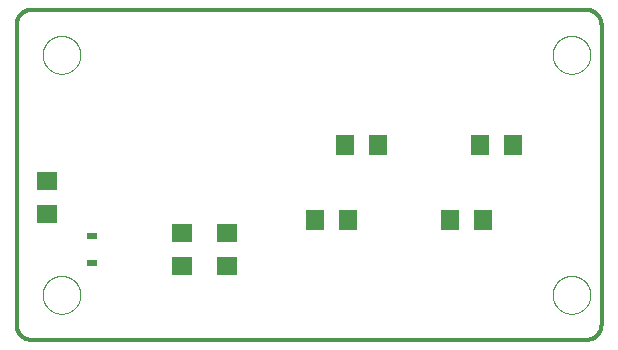
<source format=gtp>
G75*
%MOIN*%
%OFA0B0*%
%FSLAX25Y25*%
%IPPOS*%
%LPD*%
%AMOC8*
5,1,8,0,0,1.08239X$1,22.5*
%
%ADD10C,0.01200*%
%ADD11R,0.03268X0.02480*%
%ADD12R,0.07087X0.06299*%
%ADD13R,0.06299X0.07087*%
%ADD14C,0.00000*%
D10*
X0032600Y0017600D02*
X0217600Y0017600D01*
X0217740Y0017602D01*
X0217880Y0017608D01*
X0218020Y0017618D01*
X0218160Y0017631D01*
X0218299Y0017649D01*
X0218438Y0017671D01*
X0218575Y0017696D01*
X0218713Y0017725D01*
X0218849Y0017758D01*
X0218984Y0017795D01*
X0219118Y0017836D01*
X0219251Y0017881D01*
X0219383Y0017929D01*
X0219513Y0017981D01*
X0219642Y0018036D01*
X0219769Y0018095D01*
X0219895Y0018158D01*
X0220019Y0018224D01*
X0220140Y0018293D01*
X0220260Y0018366D01*
X0220378Y0018443D01*
X0220493Y0018522D01*
X0220607Y0018605D01*
X0220717Y0018691D01*
X0220826Y0018780D01*
X0220932Y0018872D01*
X0221035Y0018967D01*
X0221136Y0019064D01*
X0221233Y0019165D01*
X0221328Y0019268D01*
X0221420Y0019374D01*
X0221509Y0019483D01*
X0221595Y0019593D01*
X0221678Y0019707D01*
X0221757Y0019822D01*
X0221834Y0019940D01*
X0221907Y0020060D01*
X0221976Y0020181D01*
X0222042Y0020305D01*
X0222105Y0020431D01*
X0222164Y0020558D01*
X0222219Y0020687D01*
X0222271Y0020817D01*
X0222319Y0020949D01*
X0222364Y0021082D01*
X0222405Y0021216D01*
X0222442Y0021351D01*
X0222475Y0021487D01*
X0222504Y0021625D01*
X0222529Y0021762D01*
X0222551Y0021901D01*
X0222569Y0022040D01*
X0222582Y0022180D01*
X0222592Y0022320D01*
X0222598Y0022460D01*
X0222600Y0022600D01*
X0222600Y0122600D01*
X0222598Y0122740D01*
X0222592Y0122880D01*
X0222582Y0123020D01*
X0222569Y0123160D01*
X0222551Y0123299D01*
X0222529Y0123438D01*
X0222504Y0123575D01*
X0222475Y0123713D01*
X0222442Y0123849D01*
X0222405Y0123984D01*
X0222364Y0124118D01*
X0222319Y0124251D01*
X0222271Y0124383D01*
X0222219Y0124513D01*
X0222164Y0124642D01*
X0222105Y0124769D01*
X0222042Y0124895D01*
X0221976Y0125019D01*
X0221907Y0125140D01*
X0221834Y0125260D01*
X0221757Y0125378D01*
X0221678Y0125493D01*
X0221595Y0125607D01*
X0221509Y0125717D01*
X0221420Y0125826D01*
X0221328Y0125932D01*
X0221233Y0126035D01*
X0221136Y0126136D01*
X0221035Y0126233D01*
X0220932Y0126328D01*
X0220826Y0126420D01*
X0220717Y0126509D01*
X0220607Y0126595D01*
X0220493Y0126678D01*
X0220378Y0126757D01*
X0220260Y0126834D01*
X0220140Y0126907D01*
X0220019Y0126976D01*
X0219895Y0127042D01*
X0219769Y0127105D01*
X0219642Y0127164D01*
X0219513Y0127219D01*
X0219383Y0127271D01*
X0219251Y0127319D01*
X0219118Y0127364D01*
X0218984Y0127405D01*
X0218849Y0127442D01*
X0218713Y0127475D01*
X0218575Y0127504D01*
X0218438Y0127529D01*
X0218299Y0127551D01*
X0218160Y0127569D01*
X0218020Y0127582D01*
X0217880Y0127592D01*
X0217740Y0127598D01*
X0217600Y0127600D01*
X0032600Y0127600D01*
X0032460Y0127598D01*
X0032320Y0127592D01*
X0032180Y0127582D01*
X0032040Y0127569D01*
X0031901Y0127551D01*
X0031762Y0127529D01*
X0031625Y0127504D01*
X0031487Y0127475D01*
X0031351Y0127442D01*
X0031216Y0127405D01*
X0031082Y0127364D01*
X0030949Y0127319D01*
X0030817Y0127271D01*
X0030687Y0127219D01*
X0030558Y0127164D01*
X0030431Y0127105D01*
X0030305Y0127042D01*
X0030181Y0126976D01*
X0030060Y0126907D01*
X0029940Y0126834D01*
X0029822Y0126757D01*
X0029707Y0126678D01*
X0029593Y0126595D01*
X0029483Y0126509D01*
X0029374Y0126420D01*
X0029268Y0126328D01*
X0029165Y0126233D01*
X0029064Y0126136D01*
X0028967Y0126035D01*
X0028872Y0125932D01*
X0028780Y0125826D01*
X0028691Y0125717D01*
X0028605Y0125607D01*
X0028522Y0125493D01*
X0028443Y0125378D01*
X0028366Y0125260D01*
X0028293Y0125140D01*
X0028224Y0125019D01*
X0028158Y0124895D01*
X0028095Y0124769D01*
X0028036Y0124642D01*
X0027981Y0124513D01*
X0027929Y0124383D01*
X0027881Y0124251D01*
X0027836Y0124118D01*
X0027795Y0123984D01*
X0027758Y0123849D01*
X0027725Y0123713D01*
X0027696Y0123575D01*
X0027671Y0123438D01*
X0027649Y0123299D01*
X0027631Y0123160D01*
X0027618Y0123020D01*
X0027608Y0122880D01*
X0027602Y0122740D01*
X0027600Y0122600D01*
X0027600Y0022600D01*
X0027602Y0022460D01*
X0027608Y0022320D01*
X0027618Y0022180D01*
X0027631Y0022040D01*
X0027649Y0021901D01*
X0027671Y0021762D01*
X0027696Y0021625D01*
X0027725Y0021487D01*
X0027758Y0021351D01*
X0027795Y0021216D01*
X0027836Y0021082D01*
X0027881Y0020949D01*
X0027929Y0020817D01*
X0027981Y0020687D01*
X0028036Y0020558D01*
X0028095Y0020431D01*
X0028158Y0020305D01*
X0028224Y0020181D01*
X0028293Y0020060D01*
X0028366Y0019940D01*
X0028443Y0019822D01*
X0028522Y0019707D01*
X0028605Y0019593D01*
X0028691Y0019483D01*
X0028780Y0019374D01*
X0028872Y0019268D01*
X0028967Y0019165D01*
X0029064Y0019064D01*
X0029165Y0018967D01*
X0029268Y0018872D01*
X0029374Y0018780D01*
X0029483Y0018691D01*
X0029593Y0018605D01*
X0029707Y0018522D01*
X0029822Y0018443D01*
X0029940Y0018366D01*
X0030060Y0018293D01*
X0030181Y0018224D01*
X0030305Y0018158D01*
X0030431Y0018095D01*
X0030558Y0018036D01*
X0030687Y0017981D01*
X0030817Y0017929D01*
X0030949Y0017881D01*
X0031082Y0017836D01*
X0031216Y0017795D01*
X0031351Y0017758D01*
X0031487Y0017725D01*
X0031625Y0017696D01*
X0031762Y0017671D01*
X0031901Y0017649D01*
X0032040Y0017631D01*
X0032180Y0017618D01*
X0032320Y0017608D01*
X0032460Y0017602D01*
X0032600Y0017600D01*
D11*
X0052600Y0043072D03*
X0052600Y0052128D03*
D12*
X0037600Y0059588D03*
X0037600Y0070612D03*
X0082600Y0053112D03*
X0097600Y0053112D03*
X0097600Y0042088D03*
X0082600Y0042088D03*
D13*
X0127088Y0057600D03*
X0138112Y0057600D03*
X0172088Y0057600D03*
X0183112Y0057600D03*
X0182088Y0082600D03*
X0193112Y0082600D03*
X0148112Y0082600D03*
X0137088Y0082600D03*
D14*
X0206301Y0112600D02*
X0206303Y0112758D01*
X0206309Y0112916D01*
X0206319Y0113074D01*
X0206333Y0113232D01*
X0206351Y0113389D01*
X0206372Y0113546D01*
X0206398Y0113702D01*
X0206428Y0113858D01*
X0206461Y0114013D01*
X0206499Y0114166D01*
X0206540Y0114319D01*
X0206585Y0114471D01*
X0206634Y0114622D01*
X0206687Y0114771D01*
X0206743Y0114919D01*
X0206803Y0115065D01*
X0206867Y0115210D01*
X0206935Y0115353D01*
X0207006Y0115495D01*
X0207080Y0115635D01*
X0207158Y0115772D01*
X0207240Y0115908D01*
X0207324Y0116042D01*
X0207413Y0116173D01*
X0207504Y0116302D01*
X0207599Y0116429D01*
X0207696Y0116554D01*
X0207797Y0116676D01*
X0207901Y0116795D01*
X0208008Y0116912D01*
X0208118Y0117026D01*
X0208231Y0117137D01*
X0208346Y0117246D01*
X0208464Y0117351D01*
X0208585Y0117453D01*
X0208708Y0117553D01*
X0208834Y0117649D01*
X0208962Y0117742D01*
X0209092Y0117832D01*
X0209225Y0117918D01*
X0209360Y0118002D01*
X0209496Y0118081D01*
X0209635Y0118158D01*
X0209776Y0118230D01*
X0209918Y0118300D01*
X0210062Y0118365D01*
X0210208Y0118427D01*
X0210355Y0118485D01*
X0210504Y0118540D01*
X0210654Y0118591D01*
X0210805Y0118638D01*
X0210957Y0118681D01*
X0211110Y0118720D01*
X0211265Y0118756D01*
X0211420Y0118787D01*
X0211576Y0118815D01*
X0211732Y0118839D01*
X0211889Y0118859D01*
X0212047Y0118875D01*
X0212204Y0118887D01*
X0212363Y0118895D01*
X0212521Y0118899D01*
X0212679Y0118899D01*
X0212837Y0118895D01*
X0212996Y0118887D01*
X0213153Y0118875D01*
X0213311Y0118859D01*
X0213468Y0118839D01*
X0213624Y0118815D01*
X0213780Y0118787D01*
X0213935Y0118756D01*
X0214090Y0118720D01*
X0214243Y0118681D01*
X0214395Y0118638D01*
X0214546Y0118591D01*
X0214696Y0118540D01*
X0214845Y0118485D01*
X0214992Y0118427D01*
X0215138Y0118365D01*
X0215282Y0118300D01*
X0215424Y0118230D01*
X0215565Y0118158D01*
X0215704Y0118081D01*
X0215840Y0118002D01*
X0215975Y0117918D01*
X0216108Y0117832D01*
X0216238Y0117742D01*
X0216366Y0117649D01*
X0216492Y0117553D01*
X0216615Y0117453D01*
X0216736Y0117351D01*
X0216854Y0117246D01*
X0216969Y0117137D01*
X0217082Y0117026D01*
X0217192Y0116912D01*
X0217299Y0116795D01*
X0217403Y0116676D01*
X0217504Y0116554D01*
X0217601Y0116429D01*
X0217696Y0116302D01*
X0217787Y0116173D01*
X0217876Y0116042D01*
X0217960Y0115908D01*
X0218042Y0115772D01*
X0218120Y0115635D01*
X0218194Y0115495D01*
X0218265Y0115353D01*
X0218333Y0115210D01*
X0218397Y0115065D01*
X0218457Y0114919D01*
X0218513Y0114771D01*
X0218566Y0114622D01*
X0218615Y0114471D01*
X0218660Y0114319D01*
X0218701Y0114166D01*
X0218739Y0114013D01*
X0218772Y0113858D01*
X0218802Y0113702D01*
X0218828Y0113546D01*
X0218849Y0113389D01*
X0218867Y0113232D01*
X0218881Y0113074D01*
X0218891Y0112916D01*
X0218897Y0112758D01*
X0218899Y0112600D01*
X0218897Y0112442D01*
X0218891Y0112284D01*
X0218881Y0112126D01*
X0218867Y0111968D01*
X0218849Y0111811D01*
X0218828Y0111654D01*
X0218802Y0111498D01*
X0218772Y0111342D01*
X0218739Y0111187D01*
X0218701Y0111034D01*
X0218660Y0110881D01*
X0218615Y0110729D01*
X0218566Y0110578D01*
X0218513Y0110429D01*
X0218457Y0110281D01*
X0218397Y0110135D01*
X0218333Y0109990D01*
X0218265Y0109847D01*
X0218194Y0109705D01*
X0218120Y0109565D01*
X0218042Y0109428D01*
X0217960Y0109292D01*
X0217876Y0109158D01*
X0217787Y0109027D01*
X0217696Y0108898D01*
X0217601Y0108771D01*
X0217504Y0108646D01*
X0217403Y0108524D01*
X0217299Y0108405D01*
X0217192Y0108288D01*
X0217082Y0108174D01*
X0216969Y0108063D01*
X0216854Y0107954D01*
X0216736Y0107849D01*
X0216615Y0107747D01*
X0216492Y0107647D01*
X0216366Y0107551D01*
X0216238Y0107458D01*
X0216108Y0107368D01*
X0215975Y0107282D01*
X0215840Y0107198D01*
X0215704Y0107119D01*
X0215565Y0107042D01*
X0215424Y0106970D01*
X0215282Y0106900D01*
X0215138Y0106835D01*
X0214992Y0106773D01*
X0214845Y0106715D01*
X0214696Y0106660D01*
X0214546Y0106609D01*
X0214395Y0106562D01*
X0214243Y0106519D01*
X0214090Y0106480D01*
X0213935Y0106444D01*
X0213780Y0106413D01*
X0213624Y0106385D01*
X0213468Y0106361D01*
X0213311Y0106341D01*
X0213153Y0106325D01*
X0212996Y0106313D01*
X0212837Y0106305D01*
X0212679Y0106301D01*
X0212521Y0106301D01*
X0212363Y0106305D01*
X0212204Y0106313D01*
X0212047Y0106325D01*
X0211889Y0106341D01*
X0211732Y0106361D01*
X0211576Y0106385D01*
X0211420Y0106413D01*
X0211265Y0106444D01*
X0211110Y0106480D01*
X0210957Y0106519D01*
X0210805Y0106562D01*
X0210654Y0106609D01*
X0210504Y0106660D01*
X0210355Y0106715D01*
X0210208Y0106773D01*
X0210062Y0106835D01*
X0209918Y0106900D01*
X0209776Y0106970D01*
X0209635Y0107042D01*
X0209496Y0107119D01*
X0209360Y0107198D01*
X0209225Y0107282D01*
X0209092Y0107368D01*
X0208962Y0107458D01*
X0208834Y0107551D01*
X0208708Y0107647D01*
X0208585Y0107747D01*
X0208464Y0107849D01*
X0208346Y0107954D01*
X0208231Y0108063D01*
X0208118Y0108174D01*
X0208008Y0108288D01*
X0207901Y0108405D01*
X0207797Y0108524D01*
X0207696Y0108646D01*
X0207599Y0108771D01*
X0207504Y0108898D01*
X0207413Y0109027D01*
X0207324Y0109158D01*
X0207240Y0109292D01*
X0207158Y0109428D01*
X0207080Y0109565D01*
X0207006Y0109705D01*
X0206935Y0109847D01*
X0206867Y0109990D01*
X0206803Y0110135D01*
X0206743Y0110281D01*
X0206687Y0110429D01*
X0206634Y0110578D01*
X0206585Y0110729D01*
X0206540Y0110881D01*
X0206499Y0111034D01*
X0206461Y0111187D01*
X0206428Y0111342D01*
X0206398Y0111498D01*
X0206372Y0111654D01*
X0206351Y0111811D01*
X0206333Y0111968D01*
X0206319Y0112126D01*
X0206309Y0112284D01*
X0206303Y0112442D01*
X0206301Y0112600D01*
X0206301Y0032600D02*
X0206303Y0032758D01*
X0206309Y0032916D01*
X0206319Y0033074D01*
X0206333Y0033232D01*
X0206351Y0033389D01*
X0206372Y0033546D01*
X0206398Y0033702D01*
X0206428Y0033858D01*
X0206461Y0034013D01*
X0206499Y0034166D01*
X0206540Y0034319D01*
X0206585Y0034471D01*
X0206634Y0034622D01*
X0206687Y0034771D01*
X0206743Y0034919D01*
X0206803Y0035065D01*
X0206867Y0035210D01*
X0206935Y0035353D01*
X0207006Y0035495D01*
X0207080Y0035635D01*
X0207158Y0035772D01*
X0207240Y0035908D01*
X0207324Y0036042D01*
X0207413Y0036173D01*
X0207504Y0036302D01*
X0207599Y0036429D01*
X0207696Y0036554D01*
X0207797Y0036676D01*
X0207901Y0036795D01*
X0208008Y0036912D01*
X0208118Y0037026D01*
X0208231Y0037137D01*
X0208346Y0037246D01*
X0208464Y0037351D01*
X0208585Y0037453D01*
X0208708Y0037553D01*
X0208834Y0037649D01*
X0208962Y0037742D01*
X0209092Y0037832D01*
X0209225Y0037918D01*
X0209360Y0038002D01*
X0209496Y0038081D01*
X0209635Y0038158D01*
X0209776Y0038230D01*
X0209918Y0038300D01*
X0210062Y0038365D01*
X0210208Y0038427D01*
X0210355Y0038485D01*
X0210504Y0038540D01*
X0210654Y0038591D01*
X0210805Y0038638D01*
X0210957Y0038681D01*
X0211110Y0038720D01*
X0211265Y0038756D01*
X0211420Y0038787D01*
X0211576Y0038815D01*
X0211732Y0038839D01*
X0211889Y0038859D01*
X0212047Y0038875D01*
X0212204Y0038887D01*
X0212363Y0038895D01*
X0212521Y0038899D01*
X0212679Y0038899D01*
X0212837Y0038895D01*
X0212996Y0038887D01*
X0213153Y0038875D01*
X0213311Y0038859D01*
X0213468Y0038839D01*
X0213624Y0038815D01*
X0213780Y0038787D01*
X0213935Y0038756D01*
X0214090Y0038720D01*
X0214243Y0038681D01*
X0214395Y0038638D01*
X0214546Y0038591D01*
X0214696Y0038540D01*
X0214845Y0038485D01*
X0214992Y0038427D01*
X0215138Y0038365D01*
X0215282Y0038300D01*
X0215424Y0038230D01*
X0215565Y0038158D01*
X0215704Y0038081D01*
X0215840Y0038002D01*
X0215975Y0037918D01*
X0216108Y0037832D01*
X0216238Y0037742D01*
X0216366Y0037649D01*
X0216492Y0037553D01*
X0216615Y0037453D01*
X0216736Y0037351D01*
X0216854Y0037246D01*
X0216969Y0037137D01*
X0217082Y0037026D01*
X0217192Y0036912D01*
X0217299Y0036795D01*
X0217403Y0036676D01*
X0217504Y0036554D01*
X0217601Y0036429D01*
X0217696Y0036302D01*
X0217787Y0036173D01*
X0217876Y0036042D01*
X0217960Y0035908D01*
X0218042Y0035772D01*
X0218120Y0035635D01*
X0218194Y0035495D01*
X0218265Y0035353D01*
X0218333Y0035210D01*
X0218397Y0035065D01*
X0218457Y0034919D01*
X0218513Y0034771D01*
X0218566Y0034622D01*
X0218615Y0034471D01*
X0218660Y0034319D01*
X0218701Y0034166D01*
X0218739Y0034013D01*
X0218772Y0033858D01*
X0218802Y0033702D01*
X0218828Y0033546D01*
X0218849Y0033389D01*
X0218867Y0033232D01*
X0218881Y0033074D01*
X0218891Y0032916D01*
X0218897Y0032758D01*
X0218899Y0032600D01*
X0218897Y0032442D01*
X0218891Y0032284D01*
X0218881Y0032126D01*
X0218867Y0031968D01*
X0218849Y0031811D01*
X0218828Y0031654D01*
X0218802Y0031498D01*
X0218772Y0031342D01*
X0218739Y0031187D01*
X0218701Y0031034D01*
X0218660Y0030881D01*
X0218615Y0030729D01*
X0218566Y0030578D01*
X0218513Y0030429D01*
X0218457Y0030281D01*
X0218397Y0030135D01*
X0218333Y0029990D01*
X0218265Y0029847D01*
X0218194Y0029705D01*
X0218120Y0029565D01*
X0218042Y0029428D01*
X0217960Y0029292D01*
X0217876Y0029158D01*
X0217787Y0029027D01*
X0217696Y0028898D01*
X0217601Y0028771D01*
X0217504Y0028646D01*
X0217403Y0028524D01*
X0217299Y0028405D01*
X0217192Y0028288D01*
X0217082Y0028174D01*
X0216969Y0028063D01*
X0216854Y0027954D01*
X0216736Y0027849D01*
X0216615Y0027747D01*
X0216492Y0027647D01*
X0216366Y0027551D01*
X0216238Y0027458D01*
X0216108Y0027368D01*
X0215975Y0027282D01*
X0215840Y0027198D01*
X0215704Y0027119D01*
X0215565Y0027042D01*
X0215424Y0026970D01*
X0215282Y0026900D01*
X0215138Y0026835D01*
X0214992Y0026773D01*
X0214845Y0026715D01*
X0214696Y0026660D01*
X0214546Y0026609D01*
X0214395Y0026562D01*
X0214243Y0026519D01*
X0214090Y0026480D01*
X0213935Y0026444D01*
X0213780Y0026413D01*
X0213624Y0026385D01*
X0213468Y0026361D01*
X0213311Y0026341D01*
X0213153Y0026325D01*
X0212996Y0026313D01*
X0212837Y0026305D01*
X0212679Y0026301D01*
X0212521Y0026301D01*
X0212363Y0026305D01*
X0212204Y0026313D01*
X0212047Y0026325D01*
X0211889Y0026341D01*
X0211732Y0026361D01*
X0211576Y0026385D01*
X0211420Y0026413D01*
X0211265Y0026444D01*
X0211110Y0026480D01*
X0210957Y0026519D01*
X0210805Y0026562D01*
X0210654Y0026609D01*
X0210504Y0026660D01*
X0210355Y0026715D01*
X0210208Y0026773D01*
X0210062Y0026835D01*
X0209918Y0026900D01*
X0209776Y0026970D01*
X0209635Y0027042D01*
X0209496Y0027119D01*
X0209360Y0027198D01*
X0209225Y0027282D01*
X0209092Y0027368D01*
X0208962Y0027458D01*
X0208834Y0027551D01*
X0208708Y0027647D01*
X0208585Y0027747D01*
X0208464Y0027849D01*
X0208346Y0027954D01*
X0208231Y0028063D01*
X0208118Y0028174D01*
X0208008Y0028288D01*
X0207901Y0028405D01*
X0207797Y0028524D01*
X0207696Y0028646D01*
X0207599Y0028771D01*
X0207504Y0028898D01*
X0207413Y0029027D01*
X0207324Y0029158D01*
X0207240Y0029292D01*
X0207158Y0029428D01*
X0207080Y0029565D01*
X0207006Y0029705D01*
X0206935Y0029847D01*
X0206867Y0029990D01*
X0206803Y0030135D01*
X0206743Y0030281D01*
X0206687Y0030429D01*
X0206634Y0030578D01*
X0206585Y0030729D01*
X0206540Y0030881D01*
X0206499Y0031034D01*
X0206461Y0031187D01*
X0206428Y0031342D01*
X0206398Y0031498D01*
X0206372Y0031654D01*
X0206351Y0031811D01*
X0206333Y0031968D01*
X0206319Y0032126D01*
X0206309Y0032284D01*
X0206303Y0032442D01*
X0206301Y0032600D01*
X0036301Y0032600D02*
X0036303Y0032758D01*
X0036309Y0032916D01*
X0036319Y0033074D01*
X0036333Y0033232D01*
X0036351Y0033389D01*
X0036372Y0033546D01*
X0036398Y0033702D01*
X0036428Y0033858D01*
X0036461Y0034013D01*
X0036499Y0034166D01*
X0036540Y0034319D01*
X0036585Y0034471D01*
X0036634Y0034622D01*
X0036687Y0034771D01*
X0036743Y0034919D01*
X0036803Y0035065D01*
X0036867Y0035210D01*
X0036935Y0035353D01*
X0037006Y0035495D01*
X0037080Y0035635D01*
X0037158Y0035772D01*
X0037240Y0035908D01*
X0037324Y0036042D01*
X0037413Y0036173D01*
X0037504Y0036302D01*
X0037599Y0036429D01*
X0037696Y0036554D01*
X0037797Y0036676D01*
X0037901Y0036795D01*
X0038008Y0036912D01*
X0038118Y0037026D01*
X0038231Y0037137D01*
X0038346Y0037246D01*
X0038464Y0037351D01*
X0038585Y0037453D01*
X0038708Y0037553D01*
X0038834Y0037649D01*
X0038962Y0037742D01*
X0039092Y0037832D01*
X0039225Y0037918D01*
X0039360Y0038002D01*
X0039496Y0038081D01*
X0039635Y0038158D01*
X0039776Y0038230D01*
X0039918Y0038300D01*
X0040062Y0038365D01*
X0040208Y0038427D01*
X0040355Y0038485D01*
X0040504Y0038540D01*
X0040654Y0038591D01*
X0040805Y0038638D01*
X0040957Y0038681D01*
X0041110Y0038720D01*
X0041265Y0038756D01*
X0041420Y0038787D01*
X0041576Y0038815D01*
X0041732Y0038839D01*
X0041889Y0038859D01*
X0042047Y0038875D01*
X0042204Y0038887D01*
X0042363Y0038895D01*
X0042521Y0038899D01*
X0042679Y0038899D01*
X0042837Y0038895D01*
X0042996Y0038887D01*
X0043153Y0038875D01*
X0043311Y0038859D01*
X0043468Y0038839D01*
X0043624Y0038815D01*
X0043780Y0038787D01*
X0043935Y0038756D01*
X0044090Y0038720D01*
X0044243Y0038681D01*
X0044395Y0038638D01*
X0044546Y0038591D01*
X0044696Y0038540D01*
X0044845Y0038485D01*
X0044992Y0038427D01*
X0045138Y0038365D01*
X0045282Y0038300D01*
X0045424Y0038230D01*
X0045565Y0038158D01*
X0045704Y0038081D01*
X0045840Y0038002D01*
X0045975Y0037918D01*
X0046108Y0037832D01*
X0046238Y0037742D01*
X0046366Y0037649D01*
X0046492Y0037553D01*
X0046615Y0037453D01*
X0046736Y0037351D01*
X0046854Y0037246D01*
X0046969Y0037137D01*
X0047082Y0037026D01*
X0047192Y0036912D01*
X0047299Y0036795D01*
X0047403Y0036676D01*
X0047504Y0036554D01*
X0047601Y0036429D01*
X0047696Y0036302D01*
X0047787Y0036173D01*
X0047876Y0036042D01*
X0047960Y0035908D01*
X0048042Y0035772D01*
X0048120Y0035635D01*
X0048194Y0035495D01*
X0048265Y0035353D01*
X0048333Y0035210D01*
X0048397Y0035065D01*
X0048457Y0034919D01*
X0048513Y0034771D01*
X0048566Y0034622D01*
X0048615Y0034471D01*
X0048660Y0034319D01*
X0048701Y0034166D01*
X0048739Y0034013D01*
X0048772Y0033858D01*
X0048802Y0033702D01*
X0048828Y0033546D01*
X0048849Y0033389D01*
X0048867Y0033232D01*
X0048881Y0033074D01*
X0048891Y0032916D01*
X0048897Y0032758D01*
X0048899Y0032600D01*
X0048897Y0032442D01*
X0048891Y0032284D01*
X0048881Y0032126D01*
X0048867Y0031968D01*
X0048849Y0031811D01*
X0048828Y0031654D01*
X0048802Y0031498D01*
X0048772Y0031342D01*
X0048739Y0031187D01*
X0048701Y0031034D01*
X0048660Y0030881D01*
X0048615Y0030729D01*
X0048566Y0030578D01*
X0048513Y0030429D01*
X0048457Y0030281D01*
X0048397Y0030135D01*
X0048333Y0029990D01*
X0048265Y0029847D01*
X0048194Y0029705D01*
X0048120Y0029565D01*
X0048042Y0029428D01*
X0047960Y0029292D01*
X0047876Y0029158D01*
X0047787Y0029027D01*
X0047696Y0028898D01*
X0047601Y0028771D01*
X0047504Y0028646D01*
X0047403Y0028524D01*
X0047299Y0028405D01*
X0047192Y0028288D01*
X0047082Y0028174D01*
X0046969Y0028063D01*
X0046854Y0027954D01*
X0046736Y0027849D01*
X0046615Y0027747D01*
X0046492Y0027647D01*
X0046366Y0027551D01*
X0046238Y0027458D01*
X0046108Y0027368D01*
X0045975Y0027282D01*
X0045840Y0027198D01*
X0045704Y0027119D01*
X0045565Y0027042D01*
X0045424Y0026970D01*
X0045282Y0026900D01*
X0045138Y0026835D01*
X0044992Y0026773D01*
X0044845Y0026715D01*
X0044696Y0026660D01*
X0044546Y0026609D01*
X0044395Y0026562D01*
X0044243Y0026519D01*
X0044090Y0026480D01*
X0043935Y0026444D01*
X0043780Y0026413D01*
X0043624Y0026385D01*
X0043468Y0026361D01*
X0043311Y0026341D01*
X0043153Y0026325D01*
X0042996Y0026313D01*
X0042837Y0026305D01*
X0042679Y0026301D01*
X0042521Y0026301D01*
X0042363Y0026305D01*
X0042204Y0026313D01*
X0042047Y0026325D01*
X0041889Y0026341D01*
X0041732Y0026361D01*
X0041576Y0026385D01*
X0041420Y0026413D01*
X0041265Y0026444D01*
X0041110Y0026480D01*
X0040957Y0026519D01*
X0040805Y0026562D01*
X0040654Y0026609D01*
X0040504Y0026660D01*
X0040355Y0026715D01*
X0040208Y0026773D01*
X0040062Y0026835D01*
X0039918Y0026900D01*
X0039776Y0026970D01*
X0039635Y0027042D01*
X0039496Y0027119D01*
X0039360Y0027198D01*
X0039225Y0027282D01*
X0039092Y0027368D01*
X0038962Y0027458D01*
X0038834Y0027551D01*
X0038708Y0027647D01*
X0038585Y0027747D01*
X0038464Y0027849D01*
X0038346Y0027954D01*
X0038231Y0028063D01*
X0038118Y0028174D01*
X0038008Y0028288D01*
X0037901Y0028405D01*
X0037797Y0028524D01*
X0037696Y0028646D01*
X0037599Y0028771D01*
X0037504Y0028898D01*
X0037413Y0029027D01*
X0037324Y0029158D01*
X0037240Y0029292D01*
X0037158Y0029428D01*
X0037080Y0029565D01*
X0037006Y0029705D01*
X0036935Y0029847D01*
X0036867Y0029990D01*
X0036803Y0030135D01*
X0036743Y0030281D01*
X0036687Y0030429D01*
X0036634Y0030578D01*
X0036585Y0030729D01*
X0036540Y0030881D01*
X0036499Y0031034D01*
X0036461Y0031187D01*
X0036428Y0031342D01*
X0036398Y0031498D01*
X0036372Y0031654D01*
X0036351Y0031811D01*
X0036333Y0031968D01*
X0036319Y0032126D01*
X0036309Y0032284D01*
X0036303Y0032442D01*
X0036301Y0032600D01*
X0036301Y0112600D02*
X0036303Y0112758D01*
X0036309Y0112916D01*
X0036319Y0113074D01*
X0036333Y0113232D01*
X0036351Y0113389D01*
X0036372Y0113546D01*
X0036398Y0113702D01*
X0036428Y0113858D01*
X0036461Y0114013D01*
X0036499Y0114166D01*
X0036540Y0114319D01*
X0036585Y0114471D01*
X0036634Y0114622D01*
X0036687Y0114771D01*
X0036743Y0114919D01*
X0036803Y0115065D01*
X0036867Y0115210D01*
X0036935Y0115353D01*
X0037006Y0115495D01*
X0037080Y0115635D01*
X0037158Y0115772D01*
X0037240Y0115908D01*
X0037324Y0116042D01*
X0037413Y0116173D01*
X0037504Y0116302D01*
X0037599Y0116429D01*
X0037696Y0116554D01*
X0037797Y0116676D01*
X0037901Y0116795D01*
X0038008Y0116912D01*
X0038118Y0117026D01*
X0038231Y0117137D01*
X0038346Y0117246D01*
X0038464Y0117351D01*
X0038585Y0117453D01*
X0038708Y0117553D01*
X0038834Y0117649D01*
X0038962Y0117742D01*
X0039092Y0117832D01*
X0039225Y0117918D01*
X0039360Y0118002D01*
X0039496Y0118081D01*
X0039635Y0118158D01*
X0039776Y0118230D01*
X0039918Y0118300D01*
X0040062Y0118365D01*
X0040208Y0118427D01*
X0040355Y0118485D01*
X0040504Y0118540D01*
X0040654Y0118591D01*
X0040805Y0118638D01*
X0040957Y0118681D01*
X0041110Y0118720D01*
X0041265Y0118756D01*
X0041420Y0118787D01*
X0041576Y0118815D01*
X0041732Y0118839D01*
X0041889Y0118859D01*
X0042047Y0118875D01*
X0042204Y0118887D01*
X0042363Y0118895D01*
X0042521Y0118899D01*
X0042679Y0118899D01*
X0042837Y0118895D01*
X0042996Y0118887D01*
X0043153Y0118875D01*
X0043311Y0118859D01*
X0043468Y0118839D01*
X0043624Y0118815D01*
X0043780Y0118787D01*
X0043935Y0118756D01*
X0044090Y0118720D01*
X0044243Y0118681D01*
X0044395Y0118638D01*
X0044546Y0118591D01*
X0044696Y0118540D01*
X0044845Y0118485D01*
X0044992Y0118427D01*
X0045138Y0118365D01*
X0045282Y0118300D01*
X0045424Y0118230D01*
X0045565Y0118158D01*
X0045704Y0118081D01*
X0045840Y0118002D01*
X0045975Y0117918D01*
X0046108Y0117832D01*
X0046238Y0117742D01*
X0046366Y0117649D01*
X0046492Y0117553D01*
X0046615Y0117453D01*
X0046736Y0117351D01*
X0046854Y0117246D01*
X0046969Y0117137D01*
X0047082Y0117026D01*
X0047192Y0116912D01*
X0047299Y0116795D01*
X0047403Y0116676D01*
X0047504Y0116554D01*
X0047601Y0116429D01*
X0047696Y0116302D01*
X0047787Y0116173D01*
X0047876Y0116042D01*
X0047960Y0115908D01*
X0048042Y0115772D01*
X0048120Y0115635D01*
X0048194Y0115495D01*
X0048265Y0115353D01*
X0048333Y0115210D01*
X0048397Y0115065D01*
X0048457Y0114919D01*
X0048513Y0114771D01*
X0048566Y0114622D01*
X0048615Y0114471D01*
X0048660Y0114319D01*
X0048701Y0114166D01*
X0048739Y0114013D01*
X0048772Y0113858D01*
X0048802Y0113702D01*
X0048828Y0113546D01*
X0048849Y0113389D01*
X0048867Y0113232D01*
X0048881Y0113074D01*
X0048891Y0112916D01*
X0048897Y0112758D01*
X0048899Y0112600D01*
X0048897Y0112442D01*
X0048891Y0112284D01*
X0048881Y0112126D01*
X0048867Y0111968D01*
X0048849Y0111811D01*
X0048828Y0111654D01*
X0048802Y0111498D01*
X0048772Y0111342D01*
X0048739Y0111187D01*
X0048701Y0111034D01*
X0048660Y0110881D01*
X0048615Y0110729D01*
X0048566Y0110578D01*
X0048513Y0110429D01*
X0048457Y0110281D01*
X0048397Y0110135D01*
X0048333Y0109990D01*
X0048265Y0109847D01*
X0048194Y0109705D01*
X0048120Y0109565D01*
X0048042Y0109428D01*
X0047960Y0109292D01*
X0047876Y0109158D01*
X0047787Y0109027D01*
X0047696Y0108898D01*
X0047601Y0108771D01*
X0047504Y0108646D01*
X0047403Y0108524D01*
X0047299Y0108405D01*
X0047192Y0108288D01*
X0047082Y0108174D01*
X0046969Y0108063D01*
X0046854Y0107954D01*
X0046736Y0107849D01*
X0046615Y0107747D01*
X0046492Y0107647D01*
X0046366Y0107551D01*
X0046238Y0107458D01*
X0046108Y0107368D01*
X0045975Y0107282D01*
X0045840Y0107198D01*
X0045704Y0107119D01*
X0045565Y0107042D01*
X0045424Y0106970D01*
X0045282Y0106900D01*
X0045138Y0106835D01*
X0044992Y0106773D01*
X0044845Y0106715D01*
X0044696Y0106660D01*
X0044546Y0106609D01*
X0044395Y0106562D01*
X0044243Y0106519D01*
X0044090Y0106480D01*
X0043935Y0106444D01*
X0043780Y0106413D01*
X0043624Y0106385D01*
X0043468Y0106361D01*
X0043311Y0106341D01*
X0043153Y0106325D01*
X0042996Y0106313D01*
X0042837Y0106305D01*
X0042679Y0106301D01*
X0042521Y0106301D01*
X0042363Y0106305D01*
X0042204Y0106313D01*
X0042047Y0106325D01*
X0041889Y0106341D01*
X0041732Y0106361D01*
X0041576Y0106385D01*
X0041420Y0106413D01*
X0041265Y0106444D01*
X0041110Y0106480D01*
X0040957Y0106519D01*
X0040805Y0106562D01*
X0040654Y0106609D01*
X0040504Y0106660D01*
X0040355Y0106715D01*
X0040208Y0106773D01*
X0040062Y0106835D01*
X0039918Y0106900D01*
X0039776Y0106970D01*
X0039635Y0107042D01*
X0039496Y0107119D01*
X0039360Y0107198D01*
X0039225Y0107282D01*
X0039092Y0107368D01*
X0038962Y0107458D01*
X0038834Y0107551D01*
X0038708Y0107647D01*
X0038585Y0107747D01*
X0038464Y0107849D01*
X0038346Y0107954D01*
X0038231Y0108063D01*
X0038118Y0108174D01*
X0038008Y0108288D01*
X0037901Y0108405D01*
X0037797Y0108524D01*
X0037696Y0108646D01*
X0037599Y0108771D01*
X0037504Y0108898D01*
X0037413Y0109027D01*
X0037324Y0109158D01*
X0037240Y0109292D01*
X0037158Y0109428D01*
X0037080Y0109565D01*
X0037006Y0109705D01*
X0036935Y0109847D01*
X0036867Y0109990D01*
X0036803Y0110135D01*
X0036743Y0110281D01*
X0036687Y0110429D01*
X0036634Y0110578D01*
X0036585Y0110729D01*
X0036540Y0110881D01*
X0036499Y0111034D01*
X0036461Y0111187D01*
X0036428Y0111342D01*
X0036398Y0111498D01*
X0036372Y0111654D01*
X0036351Y0111811D01*
X0036333Y0111968D01*
X0036319Y0112126D01*
X0036309Y0112284D01*
X0036303Y0112442D01*
X0036301Y0112600D01*
M02*

</source>
